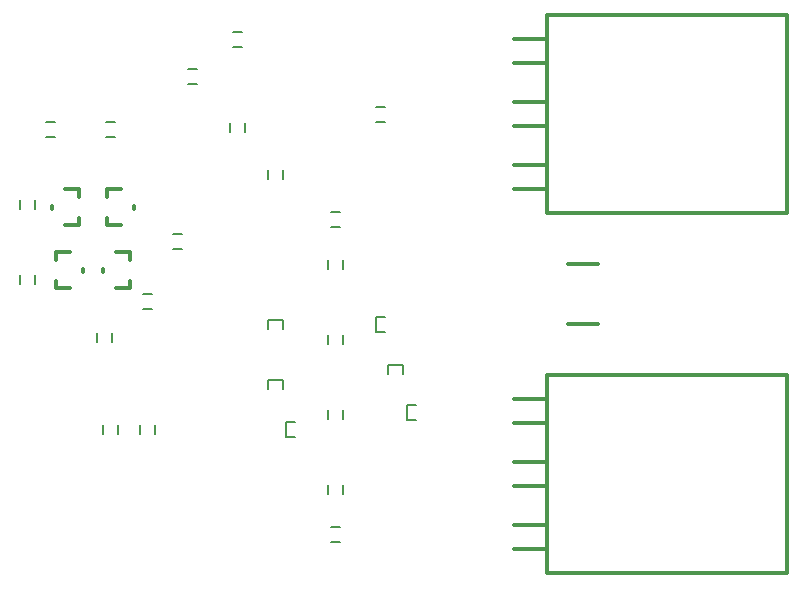
<source format=gbo>
*%FSLAX25Y25*%
*%MOIN*%
G01*
%ADD11C,0.00600*%
%ADD12C,0.00733*%
%ADD13C,0.00800*%
%ADD14C,0.01000*%
%ADD15C,0.01200*%
%ADD16C,0.01500*%
%ADD17C,0.02000*%
%ADD18C,0.02500*%
%ADD19C,0.03000*%
%ADD20C,0.03000*%
%ADD21O,0.03000X0.08000*%
%ADD22O,0.03800X0.08800*%
%ADD23C,0.04000*%
%ADD24C,0.04000*%
%ADD25C,0.05000*%
%ADD26C,0.06000*%
%ADD27C,0.06800*%
%ADD28C,0.07000*%
%ADD29C,0.08000*%
%ADD30C,0.08000*%
%ADD31C,0.08800*%
%ADD32O,0.09000X0.07000*%
%ADD33O,0.09800X0.07800*%
%ADD34C,0.10000*%
%ADD35C,0.10000*%
%ADD36C,0.12000*%
%ADD37C,0.12000*%
%ADD38C,0.12500*%
%ADD39C,0.12800*%
%ADD40O,0.15000X0.12000*%
%ADD41O,0.15800X0.12800*%
%ADD42C,0.16500*%
%ADD43C,0.25000*%
%ADD44R,0.04000X0.04000*%
%ADD45R,0.04800X0.04800*%
%ADD46R,0.05000X0.04000*%
%ADD47R,0.05800X0.04800*%
%ADD48R,0.06000X0.06000*%
%ADD49R,0.06000X0.10000*%
%ADD50R,0.06800X0.06800*%
%ADD51R,0.06800X0.10800*%
%ADD52R,0.08000X0.20000*%
%ADD53R,0.08800X0.20800*%
%ADD54R,0.10000X0.06000*%
%ADD55R,0.10000X0.10000*%
%ADD56R,0.10000X0.24000*%
%ADD57R,0.10800X0.06800*%
%ADD58R,0.10800X0.24800*%
%ADD59R,0.12000X0.06000*%
%ADD60R,0.12800X0.06800*%
%ADD61R,0.20000X0.20000*%
D13*
X979500Y857500D02*
X982500D01*
Y862500D02*
X979500D01*
X948500Y841500D02*
Y838500D01*
X943500D02*
Y841500D01*
X935000Y887500D02*
X932000D01*
Y882500D02*
X935000D01*
X964500Y827500D02*
X967500D01*
Y822500D02*
X964500D01*
X963500Y811500D02*
Y808500D01*
X968500D02*
Y811500D01*
X963500Y786500D02*
Y783500D01*
X968500D02*
Y786500D01*
X963500Y761500D02*
Y758500D01*
X968500D02*
Y761500D01*
X967500Y722500D02*
X964500D01*
Y717500D02*
X967500D01*
X963500Y733500D02*
Y736500D01*
X968500D02*
Y733500D01*
X888500Y753500D02*
Y756500D01*
X893500D02*
Y753500D01*
X901000D02*
Y756500D01*
X906000D02*
Y753500D01*
X891500Y784000D02*
Y787000D01*
X886500D02*
Y784000D01*
X861000Y803500D02*
Y806500D01*
X866000D02*
Y803500D01*
X902000Y800000D02*
X905000D01*
Y795000D02*
X902000D01*
X912000Y815000D02*
X915000D01*
Y820000D02*
X912000D01*
X861000Y828500D02*
Y831500D01*
X866000D02*
Y828500D01*
X869500Y852500D02*
X872500D01*
Y857500D02*
X869500D01*
X889500D02*
X892500D01*
Y852500D02*
X889500D01*
X936000Y854000D02*
Y857000D01*
X931000D02*
Y854000D01*
X920000Y875000D02*
X917000D01*
Y870000D02*
X920000D01*
X943500Y791500D02*
X948500D01*
Y788500D01*
X943500D02*
Y791500D01*
Y771500D02*
X948500D01*
Y768500D01*
X943500D02*
Y771500D01*
X949500Y757500D02*
Y752500D01*
Y757500D02*
X952500D01*
Y752500D02*
X949500D01*
X979500Y787500D02*
Y792500D01*
X982500D01*
Y787500D02*
X979500D01*
X983500Y776500D02*
X988500D01*
Y773500D01*
X983500D02*
Y776500D01*
X990000Y763000D02*
Y758000D01*
Y763000D02*
X993000D01*
Y758000D02*
X990000D01*
D15*
X1036500Y827000D02*
Y893000D01*
Y827000D02*
X1116500D01*
Y893000D01*
X1036500D01*
Y864000D02*
X1025500D01*
Y856000D02*
X1036500D01*
Y843000D02*
X1025500D01*
Y835000D02*
X1036500D01*
Y877000D02*
X1025500D01*
Y885000D02*
X1036500D01*
X877500Y802000D02*
X873000D01*
Y814000D02*
X877500D01*
X873000Y804500D02*
Y802000D01*
X882000Y807500D02*
Y808500D01*
X873000Y811500D02*
Y814000D01*
X897500Y804500D02*
Y802000D01*
X888500Y807500D02*
Y808500D01*
X897500Y811500D02*
Y814000D01*
Y802000D02*
X893000D01*
Y814000D02*
X897500D01*
X880500Y823000D02*
Y825500D01*
X871500Y828500D02*
Y829500D01*
X880500Y832500D02*
Y835000D01*
Y823000D02*
X876000D01*
Y835000D02*
X880500D01*
X890000D02*
Y832500D01*
X899000Y829500D02*
Y828500D01*
X890000Y825500D02*
Y823000D01*
Y835000D02*
X894500D01*
Y823000D02*
X890000D01*
X1043500Y790000D02*
X1053500D01*
Y810000D02*
X1043500D01*
X1036500Y773000D02*
Y707000D01*
X1116500D01*
Y773000D01*
X1036500D01*
Y744000D02*
X1025500D01*
Y736000D02*
X1036500D01*
Y723000D02*
X1025500D01*
Y715000D02*
X1036500D01*
Y757000D02*
X1025500D01*
Y765000D02*
X1036500D01*
D02*
M02*

</source>
